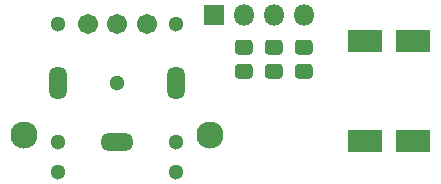
<source format=gbr>
%TF.GenerationSoftware,KiCad,Pcbnew,(5.1.6)-1*%
%TF.CreationDate,2024-02-11T14:18:58-05:00*%
%TF.ProjectId,GB-DMG-Headphone-PCB,47422d44-4d47-42d4-9865-616470686f6e,rev?*%
%TF.SameCoordinates,Original*%
%TF.FileFunction,Soldermask,Top*%
%TF.FilePolarity,Negative*%
%FSLAX46Y46*%
G04 Gerber Fmt 4.6, Leading zero omitted, Abs format (unit mm)*
G04 Created by KiCad (PCBNEW (5.1.6)-1) date 2024-02-11 14:18:58*
%MOMM*%
%LPD*%
G01*
G04 APERTURE LIST*
%ADD10R,3.000000X1.900000*%
%ADD11R,1.800000X1.800000*%
%ADD12O,1.800000X1.800000*%
%ADD13C,1.300000*%
%ADD14O,2.820000X1.512000*%
%ADD15C,1.712000*%
%ADD16O,1.512000X2.820000*%
%ADD17C,2.300000*%
G04 APERTURE END LIST*
D10*
%TO.C,C1*%
X158369000Y-101346000D03*
X162369000Y-101346000D03*
%TD*%
%TO.C,C2*%
X162369500Y-109791500D03*
X158369500Y-109791500D03*
%TD*%
D11*
%TO.C,J1*%
X145542000Y-99123500D03*
D12*
X148082000Y-99123500D03*
X150622000Y-99123500D03*
X153162000Y-99123500D03*
%TD*%
D13*
%TO.C,J2*%
X142350500Y-112402000D03*
X142350500Y-109902000D03*
X132350500Y-112402000D03*
X132350500Y-109902000D03*
X137350500Y-104902000D03*
X142350500Y-99902000D03*
X132350500Y-99902000D03*
D14*
X137350500Y-109902000D03*
D15*
X134850500Y-99902000D03*
X137350500Y-99902000D03*
X139850500Y-99902000D03*
D16*
X142350500Y-104902000D03*
X132350500Y-104902000D03*
%TD*%
%TO.C,L1*%
G36*
G01*
X152683738Y-103261000D02*
X153640262Y-103261000D01*
G75*
G02*
X153912000Y-103532738I0J-271738D01*
G01*
X153912000Y-104239262D01*
G75*
G02*
X153640262Y-104511000I-271738J0D01*
G01*
X152683738Y-104511000D01*
G75*
G02*
X152412000Y-104239262I0J271738D01*
G01*
X152412000Y-103532738D01*
G75*
G02*
X152683738Y-103261000I271738J0D01*
G01*
G37*
G36*
G01*
X152683738Y-101211000D02*
X153640262Y-101211000D01*
G75*
G02*
X153912000Y-101482738I0J-271738D01*
G01*
X153912000Y-102189262D01*
G75*
G02*
X153640262Y-102461000I-271738J0D01*
G01*
X152683738Y-102461000D01*
G75*
G02*
X152412000Y-102189262I0J271738D01*
G01*
X152412000Y-101482738D01*
G75*
G02*
X152683738Y-101211000I271738J0D01*
G01*
G37*
%TD*%
%TO.C,L2*%
G36*
G01*
X150143738Y-101211000D02*
X151100262Y-101211000D01*
G75*
G02*
X151372000Y-101482738I0J-271738D01*
G01*
X151372000Y-102189262D01*
G75*
G02*
X151100262Y-102461000I-271738J0D01*
G01*
X150143738Y-102461000D01*
G75*
G02*
X149872000Y-102189262I0J271738D01*
G01*
X149872000Y-101482738D01*
G75*
G02*
X150143738Y-101211000I271738J0D01*
G01*
G37*
G36*
G01*
X150143738Y-103261000D02*
X151100262Y-103261000D01*
G75*
G02*
X151372000Y-103532738I0J-271738D01*
G01*
X151372000Y-104239262D01*
G75*
G02*
X151100262Y-104511000I-271738J0D01*
G01*
X150143738Y-104511000D01*
G75*
G02*
X149872000Y-104239262I0J271738D01*
G01*
X149872000Y-103532738D01*
G75*
G02*
X150143738Y-103261000I271738J0D01*
G01*
G37*
%TD*%
%TO.C,L3*%
G36*
G01*
X147603738Y-101211000D02*
X148560262Y-101211000D01*
G75*
G02*
X148832000Y-101482738I0J-271738D01*
G01*
X148832000Y-102189262D01*
G75*
G02*
X148560262Y-102461000I-271738J0D01*
G01*
X147603738Y-102461000D01*
G75*
G02*
X147332000Y-102189262I0J271738D01*
G01*
X147332000Y-101482738D01*
G75*
G02*
X147603738Y-101211000I271738J0D01*
G01*
G37*
G36*
G01*
X147603738Y-103261000D02*
X148560262Y-103261000D01*
G75*
G02*
X148832000Y-103532738I0J-271738D01*
G01*
X148832000Y-104239262D01*
G75*
G02*
X148560262Y-104511000I-271738J0D01*
G01*
X147603738Y-104511000D01*
G75*
G02*
X147332000Y-104239262I0J271738D01*
G01*
X147332000Y-103532738D01*
G75*
G02*
X147603738Y-103261000I271738J0D01*
G01*
G37*
%TD*%
D17*
%TO.C,H1*%
X129476500Y-109283500D03*
%TD*%
%TO.C,H2*%
X145224500Y-109283500D03*
%TD*%
M02*

</source>
